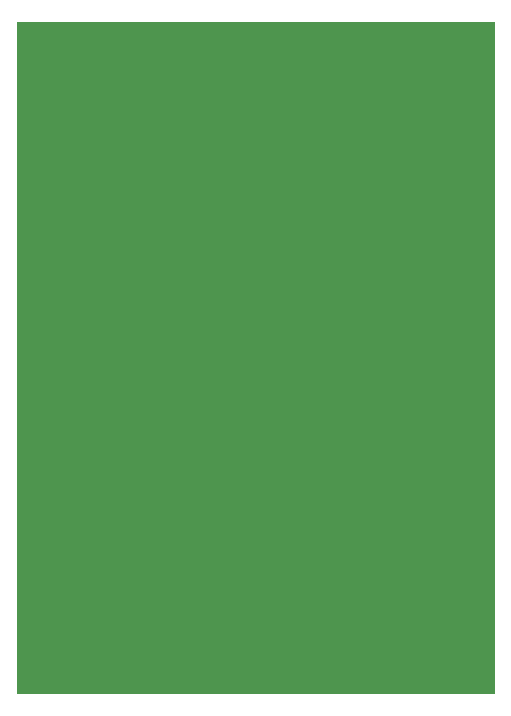
<source format=gbl>
%TF.GenerationSoftware,KiCad,Pcbnew,(6.0.2)*%
%TF.CreationDate,2022-07-21T21:07:04-07:00*%
%TF.ProjectId,testCoupon,74657374-436f-4757-906f-6e2e6b696361,1*%
%TF.SameCoordinates,Original*%
%TF.FileFunction,Copper,L4,Bot*%
%TF.FilePolarity,Positive*%
%FSLAX46Y46*%
G04 Gerber Fmt 4.6, Leading zero omitted, Abs format (unit mm)*
G04 Created by KiCad (PCBNEW (6.0.2)) date 2022-07-21 21:07:04*
%MOMM*%
%LPD*%
G01*
G04 APERTURE LIST*
%TA.AperFunction,ComponentPad*%
%ADD10C,0.380000*%
%TD*%
%TA.AperFunction,SMDPad,CuDef*%
%ADD11R,4.000000X1.280000*%
%TD*%
%TA.AperFunction,ViaPad*%
%ADD12C,0.800000*%
%TD*%
G04 APERTURE END LIST*
D10*
%TO.P,NT5,2,2*%
%TO.N,GND*%
X166346592Y-110076010D03*
X169866192Y-108524010D03*
X156667692Y-110076010D03*
X154907892Y-110076010D03*
X155787792Y-110076010D03*
X161067192Y-110076010D03*
X168986292Y-108524010D03*
X149628492Y-108524010D03*
X159307392Y-108524010D03*
X150508392Y-108524010D03*
X161947092Y-108524010D03*
X154027992Y-110076010D03*
X153148092Y-110076010D03*
X170746092Y-110076010D03*
X147868692Y-108524010D03*
X142589292Y-110076010D03*
X146988792Y-108524010D03*
X168986292Y-110076010D03*
X157547592Y-110076010D03*
X150508392Y-110076010D03*
X161067192Y-108524010D03*
X155787792Y-108524010D03*
X164586792Y-110076010D03*
X151388292Y-108524010D03*
X159307392Y-110076010D03*
X161947092Y-110076010D03*
X148748592Y-110076010D03*
X160187292Y-108524010D03*
X167226492Y-110076010D03*
X170746092Y-108524010D03*
X156667692Y-108524010D03*
X152268192Y-108524010D03*
X144349092Y-110076010D03*
X148748592Y-108524010D03*
X169866192Y-110076010D03*
X145228992Y-110076010D03*
X168106392Y-110076010D03*
X141709392Y-110076010D03*
X165466692Y-110076010D03*
X146988792Y-110076010D03*
X167226492Y-108524010D03*
X152268192Y-110076010D03*
X157547592Y-108524010D03*
X143469192Y-110076010D03*
X146108892Y-110076010D03*
X141709392Y-108524010D03*
X154027992Y-108524010D03*
X144349092Y-108524010D03*
X168106392Y-108524010D03*
X158427492Y-108524010D03*
X147868692Y-110076010D03*
X158427492Y-110076010D03*
X164586792Y-108524010D03*
X160187292Y-110076010D03*
X153148092Y-108524010D03*
X165466692Y-108524010D03*
X166346592Y-108524010D03*
X163706892Y-108524010D03*
X162826992Y-110076010D03*
X154907892Y-108524010D03*
X143469192Y-108524010D03*
X163706892Y-110076010D03*
X149628492Y-110076010D03*
X145228992Y-108524010D03*
X151388292Y-110076010D03*
X146108892Y-108524010D03*
X142589292Y-108524010D03*
X162826992Y-108524010D03*
%TD*%
D11*
%TO.P,J6,2,Ext*%
%TO.N,GND*%
X174400000Y-83110000D03*
X174400000Y-89080000D03*
%TD*%
%TO.P,J3,2,Ext*%
%TO.N,GND*%
X138000000Y-77490000D03*
X138000000Y-71520000D03*
%TD*%
%TO.P,J4,2,Ext*%
%TO.N,GND*%
X174404250Y-71510000D03*
X174404250Y-77480000D03*
%TD*%
%TO.P,J7,2,Ext*%
%TO.N,GND*%
X138006757Y-100690000D03*
X138006757Y-94720000D03*
%TD*%
%TO.P,J1,2,Ext*%
%TO.N,GND*%
X138000000Y-65890000D03*
X138000000Y-59920000D03*
%TD*%
%TO.P,J8,2,Ext*%
%TO.N,GND*%
X174406757Y-94710000D03*
X174406757Y-100680000D03*
%TD*%
%TO.P,J2,2,Ext*%
%TO.N,GND*%
X174400000Y-59910000D03*
X174400000Y-65880000D03*
%TD*%
%TO.P,J5,2,Ext*%
%TO.N,GND*%
X138000000Y-89090000D03*
X138000000Y-83120000D03*
%TD*%
%TO.P,J10,2,Ext*%
%TO.N,GND*%
X174400000Y-106310000D03*
X174400000Y-112280000D03*
%TD*%
%TO.P,J9,2,Ext*%
%TO.N,GND*%
X138000000Y-112290000D03*
X138000000Y-106320000D03*
%TD*%
D12*
%TO.N,GND*%
X153752000Y-80300000D03*
X150488000Y-91900000D03*
X174968000Y-103500000D03*
X160280000Y-68700000D03*
X170072000Y-80300000D03*
X148856000Y-91900000D03*
X170072000Y-91900000D03*
X142328000Y-103500000D03*
X145592000Y-103500000D03*
X163544000Y-103500000D03*
X147224000Y-80300000D03*
X163544000Y-91900000D03*
X170072000Y-103500000D03*
X168440000Y-80300000D03*
X157016000Y-91900000D03*
X150488000Y-80300000D03*
X166808000Y-80300000D03*
X155384000Y-80300000D03*
X152120000Y-80300000D03*
X157016000Y-103500000D03*
X163544000Y-80300000D03*
X163544000Y-68700000D03*
X160280000Y-103500000D03*
X171704000Y-68700000D03*
X148856000Y-80300000D03*
X137432000Y-91900000D03*
X147224000Y-91900000D03*
X165176000Y-91900000D03*
X153752000Y-103500000D03*
X143960000Y-80300000D03*
X137432000Y-103500000D03*
X158648000Y-68700000D03*
X165176000Y-80300000D03*
X147224000Y-68700000D03*
X173336000Y-80300000D03*
X171704000Y-91900000D03*
X168440000Y-91900000D03*
X161912000Y-103500000D03*
X148856000Y-68700000D03*
X139064000Y-80300000D03*
X143960000Y-91900000D03*
X137432000Y-80300000D03*
X157016000Y-80300000D03*
X168440000Y-68700000D03*
X153752000Y-91900000D03*
X142328000Y-91900000D03*
X153752000Y-68700000D03*
X157016000Y-68700000D03*
X171704000Y-103500000D03*
X161912000Y-91900000D03*
X166808000Y-103500000D03*
X166808000Y-91900000D03*
X155384000Y-91900000D03*
X171704000Y-80300000D03*
X140696000Y-80300000D03*
X139064000Y-68700000D03*
X165176000Y-68700000D03*
X168440000Y-103500000D03*
X143960000Y-103500000D03*
X170072000Y-68700000D03*
X174968000Y-91900000D03*
X161912000Y-80300000D03*
X160280000Y-80300000D03*
X161912000Y-68700000D03*
X140696000Y-68700000D03*
X137432000Y-68700000D03*
X174968000Y-68700000D03*
X174968000Y-80300000D03*
X173336000Y-68700000D03*
X139064000Y-91900000D03*
X150488000Y-103500000D03*
X145592000Y-91900000D03*
X142328000Y-80300000D03*
X152120000Y-68700000D03*
X152120000Y-91900000D03*
X155384000Y-103500000D03*
X150488000Y-68700000D03*
X140696000Y-91900000D03*
X166808000Y-68700000D03*
X145592000Y-80300000D03*
X173336000Y-91900000D03*
X145592000Y-68700000D03*
X139064000Y-103500000D03*
X142328000Y-68700000D03*
X152120000Y-103500000D03*
X147224000Y-103500000D03*
X143960000Y-68700000D03*
X155384000Y-68700000D03*
X165176000Y-103500000D03*
X148856000Y-103500000D03*
X158648000Y-80300000D03*
X158648000Y-91900000D03*
X158648000Y-103500000D03*
X160280000Y-91900000D03*
X173336000Y-103500000D03*
X140696000Y-103500000D03*
%TD*%
%TA.AperFunction,Conductor*%
%TO.N,GND*%
G36*
X176420933Y-57628827D02*
G01*
X176424360Y-57637100D01*
X176424360Y-114562900D01*
X176420933Y-114571173D01*
X176412660Y-114574600D01*
X135987340Y-114574600D01*
X135979067Y-114571173D01*
X135975640Y-114562900D01*
X135975640Y-57637100D01*
X135979067Y-57628827D01*
X135987340Y-57625400D01*
X176412660Y-57625400D01*
X176420933Y-57628827D01*
G37*
%TD.AperFunction*%
%TD*%
M02*

</source>
